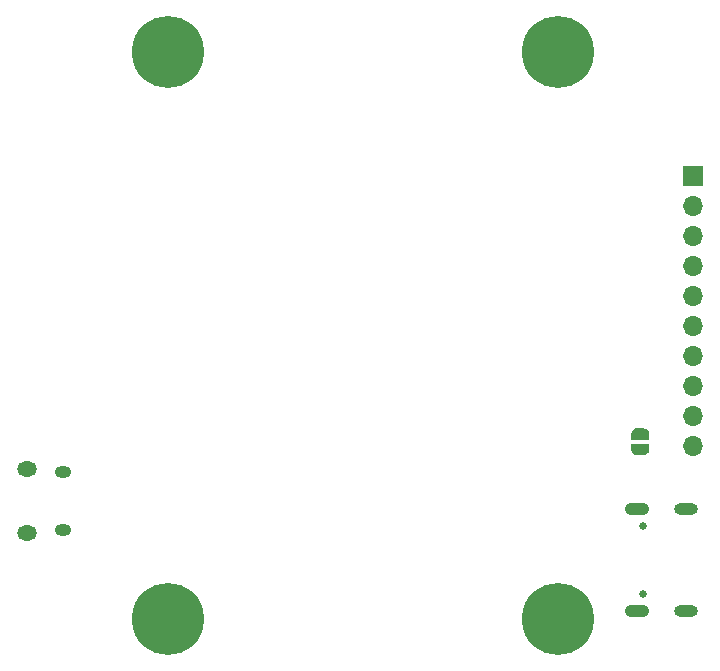
<source format=gbs>
%TF.GenerationSoftware,KiCad,Pcbnew,(5.99.0-6900-ga9be08e1ce)*%
%TF.CreationDate,2020-11-13T16:54:07-06:00*%
%TF.ProjectId,rpi-cm4-base-carrier,7270692d-636d-4342-9d62-6173652d6361,v01*%
%TF.SameCoordinates,Original*%
%TF.FileFunction,Soldermask,Bot*%
%TF.FilePolarity,Negative*%
%FSLAX46Y46*%
G04 Gerber Fmt 4.6, Leading zero omitted, Abs format (unit mm)*
G04 Created by KiCad (PCBNEW (5.99.0-6900-ga9be08e1ce)) date 2020-11-13 16:54:07*
%MOMM*%
%LPD*%
G01*
G04 APERTURE LIST*
%ADD10O,2.000000X1.000000*%
%ADD11O,2.100000X1.050000*%
%ADD12C,0.650000*%
%ADD13O,1.700000X1.300000*%
%ADD14O,1.400000X1.000000*%
%ADD15C,6.100000*%
%ADD16R,1.700000X1.700000*%
%ADD17O,1.700000X1.700000*%
G04 APERTURE END LIST*
D10*
%TO.C,J2*%
X173900000Y-129320000D03*
X173900000Y-120680000D03*
D11*
X169720000Y-129320000D03*
X169720000Y-120680000D03*
D12*
X170220000Y-122110000D03*
X170220000Y-127890000D03*
%TD*%
D13*
%TO.C,J4*%
X118100000Y-122725000D03*
D14*
X121130000Y-122425000D03*
X121130000Y-117575000D03*
D13*
X118100000Y-117275000D03*
%TD*%
D15*
%TO.C,Module1*%
X163000000Y-82000000D03*
X130000000Y-130000000D03*
X130000000Y-82000000D03*
X163000000Y-130000000D03*
%TD*%
D16*
%TO.C,J1*%
X174500000Y-92500000D03*
D17*
X174500000Y-95040000D03*
X174500000Y-97580000D03*
X174500000Y-100120000D03*
X174500000Y-102660000D03*
X174500000Y-105200000D03*
X174500000Y-107740000D03*
X174500000Y-110280000D03*
X174500000Y-112820000D03*
X174500000Y-115360000D03*
%TD*%
%TO.C,JP1*%
G36*
X169250000Y-114849999D02*
G01*
X169250000Y-114350000D01*
X169254967Y-114350000D01*
X169256432Y-114270059D01*
X169298707Y-114134744D01*
X169377263Y-114016734D01*
X169485782Y-113925514D01*
X169615541Y-113868419D01*
X169750001Y-113850836D01*
X169750001Y-113850000D01*
X170250000Y-113850001D01*
X170250000Y-113850837D01*
X170256109Y-113850038D01*
X170396186Y-113871849D01*
X170524511Y-113932097D01*
X170630769Y-114025941D01*
X170706417Y-114145836D01*
X170745374Y-114282143D01*
X170744959Y-114350000D01*
X170750000Y-114350000D01*
X170749999Y-114850000D01*
X169250000Y-114849999D01*
G37*
G36*
X170744959Y-115650000D02*
G01*
X170744508Y-115723905D01*
X170703889Y-115859726D01*
X170626781Y-115978688D01*
X170519384Y-116071226D01*
X170390332Y-116129903D01*
X170249999Y-116150000D01*
X169750000Y-116149999D01*
X169737784Y-116149850D01*
X169597983Y-116126330D01*
X169470404Y-116064518D01*
X169365300Y-115969383D01*
X169291123Y-115848573D01*
X169253834Y-115711800D01*
X169254967Y-115650000D01*
X169250000Y-115650000D01*
X169250001Y-115150000D01*
X170750000Y-115150001D01*
X170750000Y-115650000D01*
X170744959Y-115650000D01*
G37*
%TD*%
M02*

</source>
